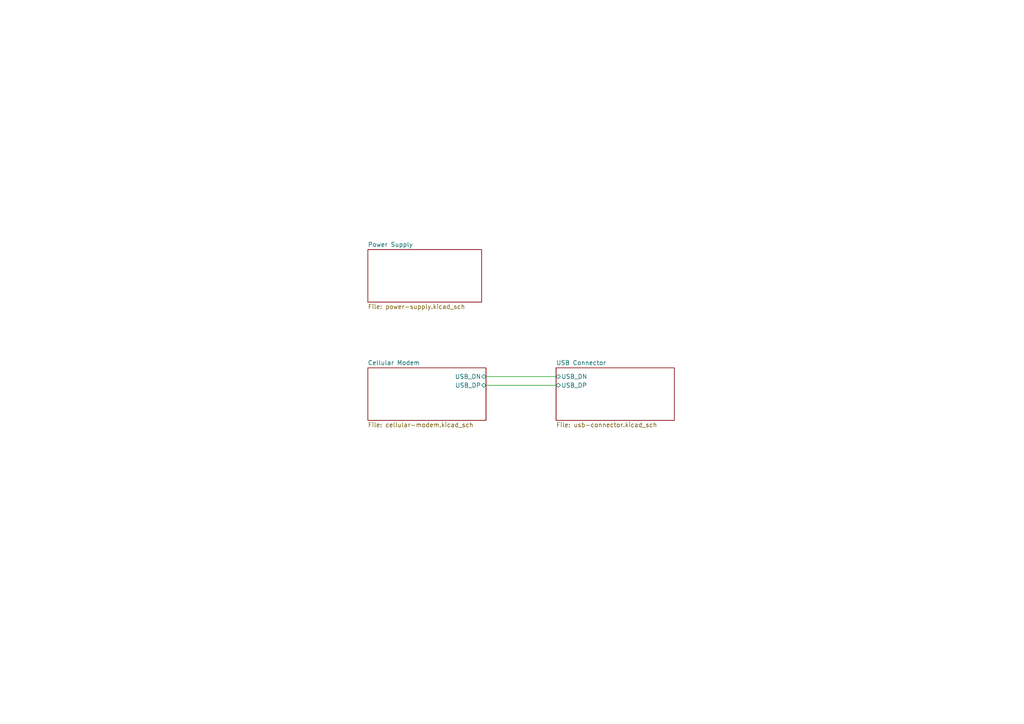
<source format=kicad_sch>
(kicad_sch (version 20211123) (generator eeschema)
  (paper "A4")
  (title_block (title "Block Diagram") (date "2022-04-20") (rev "Rev1") (comment 1 "P3 Cellular Module"))
  (lib_symbols)
  (wire (pts (xy 140.97 109.22) (xy 161.29 109.22)))
  (wire (pts (xy 140.97 111.76) (xy 161.29 111.76)))
  (sheet (at 106.68 72.39) (size 33.02 15.24) (stroke (width 0.1524))
    (property "Sheet name" "Power Supply" (at 106.68 71.6784 0) (effects (justify left bottom)))
    (property "Sheet file" "power-supply.kicad_sch" (at 106.68 88.2146 0) (effects (justify left top)))
  )
  (sheet (at 106.68 106.68) (size 34.29 15.24) (stroke (width 0.1524))
    (property "Sheet name" "Cellular Modem" (at 106.68 105.9684 0) (effects (justify left bottom)))
    (property "Sheet file" "cellular-modem.kicad_sch" (at 106.68 122.5046 0) (effects (justify left top)))
    (pin "USB_DN" bidirectional (at 140.97 109.22 0))
    (pin "USB_DP" bidirectional (at 140.97 111.76 0))
  )
  (sheet (at 161.29 106.68) (size 34.29 15.24) (stroke (width 0.1524))
    (property "Sheet name" "USB Connector" (at 161.29 105.9684 0) (effects (justify left bottom)))
    (property "Sheet file" "usb-connector.kicad_sch" (at 161.29 122.5046 0) (effects (justify left top)))
    (pin "USB_DN" bidirectional (at 161.29 109.22 180))
    (pin "USB_DP" bidirectional (at 161.29 111.76 180))
  )
)
</source>
